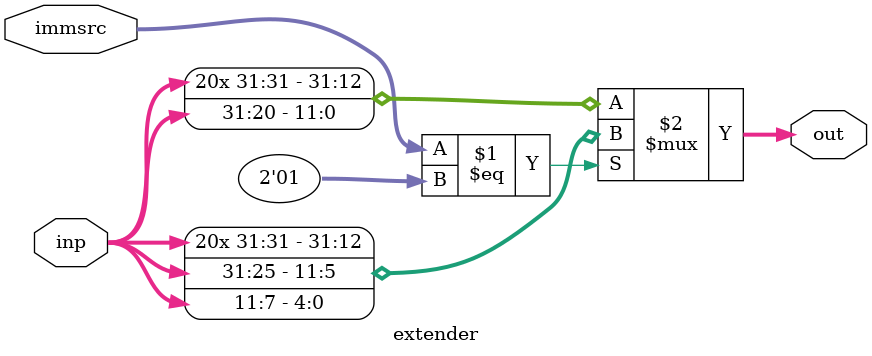
<source format=v>
module extender (inp,out,immsrc);

input [31:0] inp;
input [1:0] immsrc; // Chooses bw I and S type, if 01 S type

output [31:0] out;

assign out = (immsrc == 01) ? {{20{inp[31]}},inp[31:25],inp[11:7]} : 
{{20{inp[31]}},inp[31:20]};
// This is for S and I type 
// depending on what is the MSB (31st bit) prepend 0s or 1s 
// 1 is signed 0 is unsigned
// The aim to form a 32 bit immediate value

//00 → I-type
//01 → S-type
//10 → B-type
//11 → U/J-type (sometimes split)
    
endmodule
</source>
